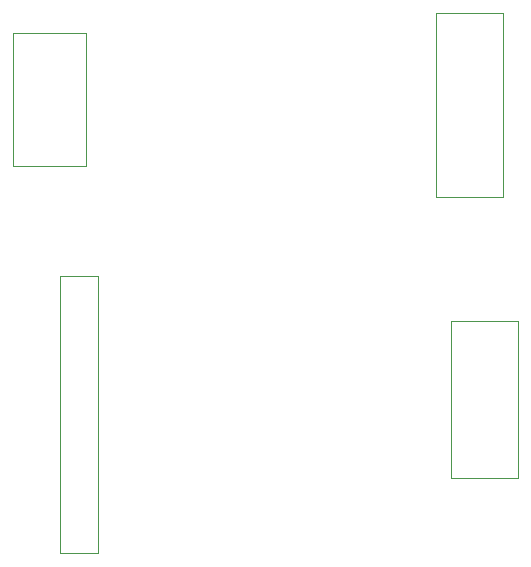
<source format=gbr>
G04 #@! TF.FileFunction,Other,User*
%FSLAX46Y46*%
G04 Gerber Fmt 4.6, Leading zero omitted, Abs format (unit mm)*
G04 Created by KiCad (PCBNEW 4.0.7) date 10/12/18 14:52:48*
%MOMM*%
%LPD*%
G01*
G04 APERTURE LIST*
%ADD10C,0.100000*%
%ADD11C,0.050000*%
G04 APERTURE END LIST*
D10*
D11*
X137490000Y-90475000D02*
X137490000Y-113975000D01*
X137490000Y-113975000D02*
X134290000Y-113975000D01*
X134290000Y-113975000D02*
X134290000Y-90475000D01*
X134290000Y-90475000D02*
X137490000Y-90475000D01*
X171780000Y-83850000D02*
X171780000Y-68250000D01*
X166080000Y-81550000D02*
X166080000Y-83850000D01*
X171780000Y-83850000D02*
X166080000Y-83850000D01*
X166080000Y-81550000D02*
X166080000Y-68250000D01*
X166080000Y-68250000D02*
X171780000Y-68250000D01*
X136420000Y-69955000D02*
X136420000Y-81155000D01*
X136420000Y-81155000D02*
X130270000Y-81155000D01*
X130270000Y-81155000D02*
X130270000Y-69955000D01*
X130270000Y-69955000D02*
X136420000Y-69955000D01*
X173050000Y-94285000D02*
X173050000Y-107585000D01*
X173050000Y-107585000D02*
X167350000Y-107585000D01*
X167350000Y-107585000D02*
X167350000Y-94285000D01*
X167350000Y-94285000D02*
X173050000Y-94285000D01*
M02*

</source>
